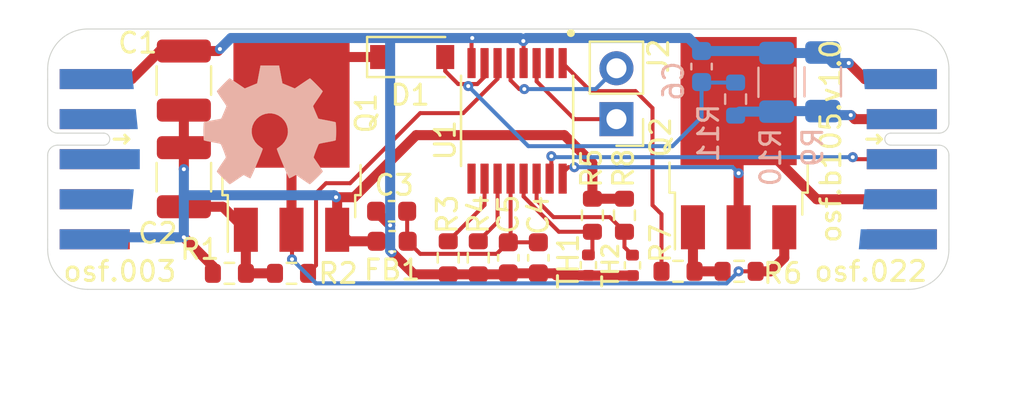
<source format=kicad_pcb>
(kicad_pcb (version 20211014) (generator pcbnew)
  (layers (0 "F.Cu" signal) (31 "B.Cu" signal) (34 "B.Paste" user) (35 "F.Paste" user) (36 "B.SilkS" user "B.Silkscreen") (37 "F.SilkS" user "F.Silkscreen") (38 "B.Mask" user) (39 "F.Mask" user) (44 "Edge.Cuts" user))
  (net 0 "")
  (net 1 "Net-(C3-Pad1)")
  (net 2 "GND")
  (net 3 "/charger/BTL")
  (net 12 "/charger/In")
  (net 13 "/charger/BTM")
  (net 14 "/charger/BTH")
  (net 17 "Net-(C2-Pad2)")
  (net 18 "Net-(D1-Pad1)")
  (net 19 "Net-(Q2-Pad1)")
  (net 20 "Net-(R2-Pad2)")
  (net 21 "Net-(R3-Pad2)")
  (net 22 "Net-(R4-Pad2)")
  (net 23 "Net-(R5-Pad1)")
  (net 24 "Net-(R7-Pad1)")
  (net 25 "Net-(R8-Pad1)")
  (net 27 "/charger/LED1")
  (net 28 "/charger/LED2")
  (net 30 "/charger/VN1")
  (footprint "Resistor_SMD:R_0603_1608Metric" (layer "F.Cu") (at 167.2 99.3 90)
    (fp_text reference "R5" (at 2.35 -0.05 90) (layer "F.SilkS"))
    (fp_text value "10k")
    (fp_line (start -0.237258 0.5225) (end 0.237258 0.5225) (layer "F.SilkS") (width 0.12))
    (fp_line (start -0.237258 -0.5225) (end 0.237258 -0.5225) (layer "F.SilkS") (width 0.12))
    (pad "1" smd roundrect (at -0.825 0 90) (size 0.8 0.95) (layers "F.Cu" "F.Paste" "F.Mask") (net 23 "Net-(R5-Pad1)"))
    (pad "2" smd roundrect (at 0.825 0 90) (size 0.8 0.95) (layers "F.Cu" "F.Paste" "F.Mask") (net 12 "/charger/In"))
  )
  (footprint "Resistor_SMD:R_0402_1005Metric" (layer "F.Cu") (at 167 101.79 -90)
    (fp_text reference "TH1" (at -0.19 1 90) (layer "F.SilkS"))
    (fp_text value "NTCG103JF103FT1")
    (fp_line (start -0.153641 0.38) (end 0.153641 0.38) (layer "F.SilkS") (width 0.12))
    (fp_line (start -0.153641 -0.38) (end 0.153641 -0.38) (layer "F.SilkS") (width 0.12))
    (pad "1" smd roundrect (at -0.51 0 270) (size 0.54 0.64) (layers "F.Cu" "F.Paste" "F.Mask") (net 23 "Net-(R5-Pad1)"))
    (pad "2" smd roundrect (at 0.51 0 270) (size 0.54 0.64) (layers "F.Cu" "F.Paste" "F.Mask") (net 2 "GND"))
  )
  (footprint "Resistor_SMD:R_0603_1608Metric" (layer "F.Cu") (at 160 101.425 90)
    (fp_text reference "R3" (at 2.175 -0.05 90) (layer "F.SilkS"))
    (fp_text value "75k")
    (fp_line (start -0.237258 0.5225) (end 0.237258 0.5225) (layer "F.SilkS") (width 0.12))
    (fp_line (start -0.237258 -0.5225) (end 0.237258 -0.5225) (layer "F.SilkS") (width 0.12))
    (pad "1" smd roundrect (at -0.825 0 90) (size 0.8 0.95) (layers "F.Cu" "F.Paste" "F.Mask") (net 2 "GND"))
    (pad "2" smd roundrect (at 0.825 0 90) (size 0.8 0.95) (layers "F.Cu" "F.Paste" "F.Mask") (net 21 "Net-(R3-Pad2)"))
  )
  (footprint "Capacitor_SMD:C_0603_1608Metric" (layer "F.Cu") (at 164.5 101.425 -90)
    (fp_text reference "C4" (at -2.125 0 -90) (layer "F.SilkS"))
    (fp_text value "1uF")
    (fp_line (start -0.14058 -0.51) (end 0.14058 -0.51) (layer "F.SilkS") (width 0.12))
    (fp_line (start -0.14058 0.51) (end 0.14058 0.51) (layer "F.SilkS") (width 0.12))
    (pad "1" smd roundrect (at -0.775 0 270) (size 0.9 0.95) (layers "F.Cu" "F.Paste" "F.Mask") (net 1 "Net-(C3-Pad1)"))
    (pad "2" smd roundrect (at 0.775 0 270) (size 0.9 0.95) (layers "F.Cu" "F.Paste" "F.Mask") (net 2 "GND"))
  )
  (footprint "Capacitor_SMD:C_0603_1608Metric" (layer "F.Cu") (at 157.2 100.6 180)
    (fp_text reference "FB1" (at 0 -1.43) (layer "F.SilkS"))
    (fp_text value "BLM18RK221SN1D")
    (fp_line (start -0.14058 0.51) (end 0.14058 0.51) (layer "F.SilkS") (width 0.12))
    (fp_line (start -0.14058 -0.51) (end 0.14058 -0.51) (layer "F.SilkS") (width 0.12))
    (pad "1" smd roundrect (at -0.775 0 180) (size 0.9 0.95) (layers "F.Cu" "F.Paste" "F.Mask") (net 1 "Net-(C3-Pad1)"))
    (pad "2" smd roundrect (at 0.775 0 180) (size 0.9 0.95) (layers "F.Cu" "F.Paste" "F.Mask") (net 12 "/charger/In"))
  )
  (footprint "Resistor_SMD:R_0603_1608Metric" (layer "F.Cu") (at 171.475 102.1)
    (fp_text reference "R7" (at -0.875 -1.4 90) (layer "F.SilkS"))
    (fp_text value "100R")
    (fp_line (start -0.237258 0.5225) (end 0.237258 0.5225) (layer "F.SilkS") (width 0.12))
    (fp_line (start -0.237258 -0.5225) (end 0.237258 -0.5225) (layer "F.SilkS") (width 0.12))
    (pad "1" smd roundrect (at -0.825 0) (size 0.8 0.95) (layers "F.Cu" "F.Paste" "F.Mask") (net 24 "Net-(R7-Pad1)"))
    (pad "2" smd roundrect (at 0.825 0) (size 0.8 0.95) (layers "F.Cu" "F.Paste" "F.Mask") (net 19 "Net-(Q2-Pad1)"))
  )
  (footprint "Resistor_SMD:R_0402_1005Metric" (layer "F.Cu") (at 169.2 101.8 -90)
    (fp_text reference "TH2" (at 0 1.1 90) (layer "F.SilkS") (effects (font (size 0.8 0.8))))
    (fp_text value "NTCG103JF103FT1")
    (fp_line (start -0.153641 -0.38) (end 0.153641 -0.38) (layer "F.SilkS") (width 0.12))
    (fp_line (start -0.153641 0.38) (end 0.153641 0.38) (layer "F.SilkS") (width 0.12))
    (pad "1" smd roundrect (at -0.51 0 270) (size 0.54 0.64) (layers "F.Cu" "F.Paste" "F.Mask") (net 25 "Net-(R8-Pad1)"))
    (pad "2" smd roundrect (at 0.51 0 270) (size 0.54 0.64) (layers "F.Cu" "F.Paste" "F.Mask") (net 2 "GND"))
  )
  (footprint "Connector_PinHeader_2.54mm:PinHeader_1x02_P2.54mm_Vertical" (layer "F.Cu") (at 168.4 94.5 180)
    (fp_text reference "J2" (at -2.1 3.15 90) (layer "F.SilkS"))
    (fp_text value "Conn_01x02_Male")
    (fp_line (start -1.33 0) (end -1.33 -1.33) (layer "F.SilkS") (width 0.12))
    (fp_line (start 1.33 1.27) (end 1.33 3.87) (layer "F.SilkS") (width 0.12))
    (fp_line (start -1.33 1.27) (end -1.33 3.87) (layer "F.SilkS") (width 0.12))
    (fp_line (start -1.33 3.87) (end 1.33 3.87) (layer "F.SilkS") (width 0.12))
    (fp_line (start -1.33 1.27) (end 1.33 1.27) (layer "F.SilkS") (width 0.12))
    (fp_line (start -1.33 -1.33) (end 0 -1.33) (layer "F.SilkS") (width 0.12))
    (pad "1" thru_hole rect (at 0 0 180) (size 1.7 1.7) (drill 1) (layers *.Cu *.Mask) (net 27 "/charger/LED1"))
    (pad "2" thru_hole oval (at 0 2.54 180) (size 1.7 1.7) (drill 1) (layers *.Cu *.Mask) (net 28 "/charger/LED2"))
  )
  (footprint "Resistor_SMD:R_0603_1608Metric" (layer "F.Cu") (at 174.525 102.1 180)
    (fp_text reference "R6" (at -2.175 -0.1) (layer "F.SilkS"))
    (fp_text value "10k")
    (fp_line (start -0.237258 0.5225) (end 0.237258 0.5225) (layer "F.SilkS") (width 0.12))
    (fp_line (start -0.237258 -0.5225) (end 0.237258 -0.5225) (layer "F.SilkS") (width 0.12))
    (pad "1" smd roundrect (at -0.825 0 180) (size 0.8 0.95) (layers "F.Cu" "F.Paste" "F.Mask") (net 18 "Net-(D1-Pad1)"))
    (pad "2" smd roundrect (at 0.825 0 180) (size 0.8 0.95) (layers "F.Cu" "F.Paste" "F.Mask") (net 19 "Net-(Q2-Pad1)"))
  )
  (footprint "Capacitor_SMD:C_1210_3225Metric" (layer "F.Cu") (at 146.8 97.4 -90)
    (fp_text reference "C2" (at 2.8 1.3 180) (layer "F.SilkS"))
    (fp_text value "47uF")
    (fp_line (start -0.711252 1.36) (end 0.711252 1.36) (layer "F.SilkS") (width 0.12))
    (fp_line (start -0.711252 -1.36) (end 0.711252 -1.36) (layer "F.SilkS") (width 0.12))
    (pad "1" smd roundrect (at -1.475 0 270) (size 1.15 2.7) (layers "F.Cu" "F.Paste" "F.Mask") (roundrect_rratio 0.217391) (net 12 "/charger/In"))
    (pad "2" smd roundrect (at 1.475 0 270) (size 1.15 2.7) (layers "F.Cu" "F.Paste" "F.Mask") (roundrect_rratio 0.217391) (net 17 "Net-(C2-Pad2)"))
  )
  (footprint "b105:SOP65P640X110-16N" (layer "F.Cu") (at 163.43925 94.5875 -90)
    (fp_text reference "U1" (at 0.9625 3.58925 -90) (layer "F.SilkS"))
    (fp_text value "DS2711E+")
    (fp_line (start -2.25 -2.8) (end 2.25 -2.8) (layer "F.SilkS") (width 0.127))
    (fp_line (start -2.25 2.8) (end 2.25 2.8) (layer "F.SilkS") (width 0.127))
    (fp_circle (center -4.385 -2.685) (end -4.285 -2.685) (layer "F.SilkS") (width 0.2) (fill none))
    (pad "1" smd roundrect locked (at -2.885 -2.275 270) (size 1.5 0.41) (layers "F.Cu" "F.Paste" "F.Mask") (roundrect_rratio 0.05) (net 24 "Net-(R7-Pad1)"))
    (pad "2" smd roundrect locked (at -2.885 -1.625 270) (size 1.5 0.41) (layers "F.Cu" "F.Paste" "F.Mask") (roundrect_rratio 0.05))
    (pad "3" smd roundrect locked (at -2.885 -0.975 270) (size 1.5 0.41) (layers "F.Cu" "F.Paste" "F.Mask") (roundrect_rratio 0.05) (net 27 "/charger/LED1"))
    (pad "4" smd roundrect locked (at -2.885 -0.325 270) (size 1.5 0.41) (layers "F.Cu" "F.Paste" "F.Mask") (roundrect_rratio 0.05) (net 2 "GND"))
    (pad "5" smd roundrect locked (at -2.885 0.325 270) (size 1.5 0.41) (layers "F.Cu" "F.Paste" "F.Mask") (roundrect_rratio 0.05) (net 28 "/charger/LED2"))
    (pad "6" smd roundrect locked (at -2.885 0.975 270) (size 1.5 0.41) (layers "F.Cu" "F.Paste" "F.Mask") (roundrect_rratio 0.05) (net 20 "Net-(R2-Pad2)"))
    (pad "7" smd roundrect locked (at -2.885 1.625 270) (size 1.5 0.41) (layers "F.Cu" "F.Paste" "F.Mask") (roundrect_rratio 0.05) (net 30 "/charger/VN1"))
    (pad "8" smd roundrect locked (at -2.885 2.275 270) (size 1.5 0.41) (layers "F.Cu" "F.Paste" "F.Mask") (roundrect_rratio 0.05) (net 2 "GND"))
    (pad "9" smd roundrect locked (at 2.885 2.275 270) (size 1.5 0.41) (layers "F.Cu" "F.Paste" "F.Mask") (roundrect_rratio 0.05))
    (pad "10" smd roundrect locked (at 2.885 1.625 270) (size 1.5 0.41) (layers "F.Cu" "F.Paste" "F.Mask") (roundrect_rratio 0.05) (net 21 "Net-(R3-Pad2)"))
    (pad "11" smd roundrect locked (at 2.885 0.975 270) (size 1.5 0.41) (layers "F.Cu" "F.Paste" "F.Mask") (roundrect_rratio 0.05) (net 22 "Net-(R4-Pad2)"))
    (pad "12" smd roundrect locked (at 2.885 0.325 270) (size 1.5 0.41) (layers "F.Cu" "F.Paste" "F.Mask") (roundrect_rratio 0.05) (net 1 "Net-(C3-Pad1)"))
    (pad "13" smd roundrect locked (at 2.885 -0.325 270) (size 1.5 0.41) (layers "F.Cu" "F.Paste" "F.Mask") (roundrect_rratio 0.05) (net 23 "Net-(R5-Pad1)"))
    (pad "14" smd roundrect locked (at 2.885 -0.975 270) (size 1.5 0.41) (layers "F.Cu" "F.Paste" "F.Mask") (roundrect_rratio 0.05) (net 25 "Net-(R8-Pad1)"))
    (pad "15" smd roundrect locked (at 2.885 -1.625 270) (size 1.5 0.41) (layers "F.Cu" "F.Paste" "F.Mask") (roundrect_rratio 0.05) (net 13 "/charger/BTM"))
    (pad "16" smd roundrect locked (at 2.885 -2.275 270) (size 1.5 0.41) (layers "F.Cu" "F.Paste" "F.Mask") (roundrect_rratio 0.05) (net 14 "/charger/BTH"))
  )
  (footprint "Capacitor_SMD:C_0603_1608Metric" (layer "F.Cu") (at 163 101.425 -90)
    (fp_text reference "C5" (at -2.175 0 -90) (layer "F.SilkS"))
    (fp_text value "100nF")
    (fp_line (start -0.14058 -0.51) (end 0.14058 -0.51) (layer "F.SilkS") (width 0.12))
    (fp_line (start -0.14058 0.51) (end 0.14058 0.51) (layer "F.SilkS") (width 0.12))
    (pad "1" smd roundrect (at -0.775 0 270) (size 0.9 0.95) (layers "F.Cu" "F.Paste" "F.Mask") (net 1 "Net-(C3-Pad1)"))
    (pad "2" smd roundrect (at 0.775 0 270) (size 0.9 0.95) (layers "F.Cu" "F.Paste" "F.Mask") (net 2 "GND"))
  )
  (footprint "Package_TO_SOT_SMD:TO-252-3_TabPin4" (layer "F.Cu") (at 152.175 95.825 90)
    (fp_text reference "Q1" (at 1.625 3.725 90) (layer "F.SilkS"))
    (fp_text value "Q_PNP_BCEC")
    (fp_line (start -2.47 -3.18) (end -5.3 -3.18) (layer "F.SilkS") (width 0.12))
    (fp_line (start -2.47 -3.45) (end -2.47 -3.18) (layer "F.SilkS") (width 0.12))
    (fp_line (start -2.47 3.18) (end -3.57 3.18) (layer "F.SilkS") (width 0.12))
    (fp_line (start -0.97 -3.45) (end -2.47 -3.45) (layer "F.SilkS") (width 0.12))
    (fp_line (start -2.47 3.45) (end -2.47 3.18) (layer "F.SilkS") (width 0.12))
    (fp_line (start -0.97 3.45) (end -2.47 3.45) (layer "F.SilkS") (width 0.12))
    (pad "1" smd rect (at -4.2 -2.28 90) (size 2.2 1.2) (layers "F.Cu" "F.Paste" "F.Mask") (net 17 "Net-(C2-Pad2)"))
    (pad "2" smd rect (at -4.2 0 90) (size 2.2 1.2) (layers "F.Cu" "F.Paste" "F.Mask") (net 18 "Net-(D1-Pad1)"))
    (pad "3" smd rect (at -4.2 2.28 90) (size 2.2 1.2) (layers "F.Cu" "F.Paste" "F.Mask") (net 12 "/charger/In"))
    (pad "4" smd rect (at 2.1 0 90) (size 6.4 5.8) (layers "F.Cu" "F.Mask") (net 18 "Net-(D1-Pad1)"))
  )
  (footprint "Resistor_SMD:R_0603_1608Metric" (layer "F.Cu") (at 149.075 102.2)
    (fp_text reference "R1" (at -1.475 -1.2) (layer "F.SilkS"))
    (fp_text value "91R")
    (fp_line (start -0.237258 0.5225) (end 0.237258 0.5225) (layer "F.SilkS") (width 0.12))
    (fp_line (start -0.237258 -0.5225) (end 0.237258 -0.5225) (layer "F.SilkS") (width 0.12))
    (pad "1" smd roundrect (at -0.825 0) (size 0.8 0.95) (layers "F.Cu" "F.Paste" "F.Mask") (net 12 "/charger/In"))
    (pad "2" smd roundrect (at 0.825 0) (size 0.8 0.95) (layers "F.Cu" "F.Paste" "F.Mask") (net 17 "Net-(C2-Pad2)"))
  )
  (footprint "Resistor_SMD:R_0603_1608Metric" (layer "F.Cu") (at 161.5 101.425 90)
    (fp_text reference "R4" (at 2.175 0 90) (layer "F.SilkS"))
    (fp_text value "100k")
    (fp_line (start -0.237258 -0.5225) (end 0.237258 -0.5225) (layer "F.SilkS") (width 0.12))
    (fp_line (start -0.237258 0.5225) (end 0.237258 0.5225) (layer "F.SilkS") (width 0.12))
    (pad "1" smd roundrect (at -0.825 0 90) (size 0.8 0.95) (layers "F.Cu" "F.Paste" "F.Mask") (net 2 "GND"))
    (pad "2" smd roundrect (at 0.825 0 90) (size 0.8 0.95) (layers "F.Cu" "F.Paste" "F.Mask") (net 22 "Net-(R4-Pad2)"))
  )
  (footprint "Diode_SMD:D_SOD-123" (layer "F.Cu") (at 158.2 91.4)
    (fp_text reference "D1" (at -0.1 1.9) (layer "F.SilkS"))
    (fp_text value "MMSZ5230BT1G")
    (fp_line (start -2.25 -1) (end -2.25 1) (layer "F.SilkS") (width 0.12))
    (fp_line (start -2.25 -1) (end 1.65 -1) (layer "F.SilkS") (width 0.12))
    (fp_line (start -2.25 1) (end 1.65 1) (layer "F.SilkS") (width 0.12))
    (pad "1" smd rect (at -1.65 0) (size 0.9 1.2) (layers "F.Cu" "F.Paste" "F.Mask") (net 18 "Net-(D1-Pad1)"))
    (pad "2" smd rect (at 1.65 0) (size 0.9 1.2) (layers "F.Cu" "F.Paste" "F.Mask") (net 30 "/charger/VN1"))
  )
  (footprint "Capacitor_SMD:C_1210_3225Metric" (layer "F.Cu") (at 146.8 92.575 90)
    (fp_text reference "C1" (at 1.875 -2.3 180) (layer "F.SilkS"))
    (fp_text value "47uF")
    (fp_line (start -0.711252 -1.36) (end 0.711252 -1.36) (layer "F.SilkS") (width 0.12))
    (fp_line (start -0.711252 1.36) (end 0.711252 1.36) (layer "F.SilkS") (width 0.12))
    (pad "1" smd roundrect (at -1.475 0 90) (size 1.15 2.7) (layers "F.Cu" "F.Paste" "F.Mask") (roundrect_rratio 0.217391) (net 12 "/charger/In"))
    (pad "2" smd roundrect (at 1.475 0 90) (size 1.15 2.7) (layers "F.Cu" "F.Paste" "F.Mask") (roundrect_rratio 0.217391) (net 2 "GND"))
  )
  (footprint "on_edge:on_edge_2x05_host" (layer "F.Cu") (at 185 96.5 -90)
    (fp_text reference "J3")
    (fp_text value "022_battery_cells")
    (fp_line (start -1 4.1) (end -1 3.373) (layer "F.SilkS") (width 0.153))
    (fp_line (start -0.8 3.573) (end -1 3.373) (layer "F.SilkS") (width 0.153))
    (fp_line (start -1 3.373) (end -1.2 3.573) (layer "F.SilkS") (width 0.153))
    (fp_line (start -1.3 0.5) (end -1.3 2.9) (layer "Edge.Cuts") (width 0.05))
    (fp_line (start -0.2 0) (end 4 0) (layer "Edge.Cuts") (width 0.05))
    (fp_line (start -0.7 2.9) (end -0.7 0.5) (layer "Edge.Cuts") (width 0.05))
    (fp_line (start -4 0) (end -1.8 0) (layer "Edge.Cuts") (width 0.05))
    (fp_arc (start -0.7 0.5) (mid -0.553553 0.146447) (end -0.2 0) (layer "Edge.Cuts") (width 0.05))
    (fp_arc (start -0.7 2.9) (mid -1 3.2) (end -1.3 2.9) (layer "Edge.Cuts") (width 0.05))
    (fp_arc (start -1.8 0) (mid -1.446447 0.146447) (end -1.3 0.5) (layer "Edge.Cuts") (width 0.05))
    (pad "1" smd rect (at -4 2.35 270) (size 1 3.5) (layers "F.Cu" "F.Mask") (net 2 "GND"))
    (pad "2" smd rect (at -2 2.35 270) (size 1 3.5) (layers "F.Cu" "F.Mask") (net 3 "/charger/BTL"))
    (pad "3" smd rect (at 0 2.35 270) (size 1 3.5) (layers "F.Cu" "F.Mask") (net 13 "/charger/BTM"))
    (pad "4" smd rect (at 2 2.35 270) (size 1 3.5) (layers "F.Cu" "F.Mask") (net 14 "/charger/BTH"))
    (pad "5" smd rect (at 4 2.35 270) (size 1 3.5) (layers "F.Cu" "F.Mask"))
    (pad "6" smd custom (at -4 2.4 90) (size 1 3.6) (layers "B.Cu" "B.Mask") (options (clearance outline) (anchor rect)) (primitives (gr_poly (pts (xy 0.5 -1.8) (xy -0.5 -1.8) (xy 0.5 -1.9)) (width 0) (fill yes))))
    (pad "7" smd rect (at -2 2.35 90) (size 1 3.5) (layers "B.Cu" "B.Mask"))
    (pad "8" smd rect (at 0 2.35 90) (size 1 3.5) (layers "B.Cu" "B.Mask"))
    (pad "9" smd custom (at 2 2.4 90) (size 1 3.6) (layers "B.Cu" "B.Mask") (options (clearance outline) (anchor rect)) (primitives (gr_poly (pts (xy 0.5 -1.8) (xy -0.5 -1.8) (xy -0.5 -1.9)) (width 0) (fill yes))))
    (pad "10" smd custom (at 4 2.5 90) (size 1 3.8) (layers "B.Cu" "B.Mask") (options (clearance outline) (anchor rect)) (primitives (gr_poly (pts (xy 0.5 -1.9) (xy -0.5 -1.9) (xy -0.5 -2)) (width 0) (fill yes))))
  )
  (footprint "Capacitor_SMD:C_0603_1608Metric" (layer "F.Cu") (at 157.175 99.1 180)
    (fp_text reference "C3" (at -0.125 1.3) (layer "F.SilkS"))
    (fp_text value "10uF")
    (fp_line (start -0.14058 0.51) (end 0.14058 0.51) (layer "F.SilkS") (width 0.12))
    (fp_line (start -0.14058 -0.51) (end 0.14058 -0.51) (layer "F.SilkS") (width 0.12))
    (pad "1" smd roundrect (at -0.775 0 180) (size 0.9 0.95) (layers "F.Cu" "F.Paste" "F.Mask") (net 1 "Net-(C3-Pad1)"))
    (pad "2" smd roundrect (at 0.775 0 180) (size 0.9 0.95) (layers "F.Cu" "F.Paste" "F.Mask") (net 2 "GND"))
  )
  (footprint "Resistor_SMD:R_0603_1608Metric" (layer "F.Cu") (at 152.175 102.2)
    (fp_text reference "R2" (at 2.325 0) (layer "F.SilkS"))
    (fp_text value "270R")
    (fp_line (start -0.237258 -0.5225) (end 0.237258 -0.5225) (layer "F.SilkS") (width 0.12))
    (fp_line (start -0.237258 0.5225) (end 0.237258 0.5225) (layer "F.SilkS") (width 0.12))
    (pad "1" smd roundrect (at -0.825 0) (size 0.8 0.95) (layers "F.Cu" "F.Paste" "F.Mask") (net 17 "Net-(C2-Pad2)"))
    (pad "2" smd roundrect (at 0.825 0) (size 0.8 0.95) (layers "F.Cu" "F.Paste" "F.Mask") (net 20 "Net-(R2-Pad2)"))
  )
  (footprint "Package_TO_SOT_SMD:TO-252-3_TabPin4" (layer "F.Cu") (at 174.5 95.7 90)
    (fp_text reference "Q2" (at 0.3 -3.9 90) (layer "F.SilkS"))
    (fp_text value "Q_PNP_BCEC")
    (fp_line (start -2.47 -3.18) (end -5.3 -3.18) (layer "F.SilkS") (width 0.12))
    (fp_line (start -0.97 -3.45) (end -2.47 -3.45) (layer "F.SilkS") (width 0.12))
    (fp_line (start -0.97 3.45) (end -2.47 3.45) (layer "F.SilkS") (width 0.12))
    (fp_line (start -2.47 3.45) (end -2.47 3.18) (layer "F.SilkS") (width 0.12))
    (fp_line (start -2.47 3.18) (end -3.57 3.18) (layer "F.SilkS") (width 0.12))
    (fp_line (start -2.47 -3.45) (end -2.47 -3.18) (layer "F.SilkS") (width 0.12))
    (pad "1" smd rect (at -4.2 -2.28 90) (size 2.2 1.2) (layers "F.Cu" "F.Paste" "F.Mask") (net 19 "Net-(Q2-Pad1)"))
    (pad "2" smd rect (at -4.2 0 90) (size 2.2 1.2) (layers "F.Cu" "F.Paste" "F.Mask") (net 14 "/charger/BTH"))
    (pad "3" smd rect (at -4.2 2.28 90) (size 2.2 1.2) (layers "F.Cu" "F.Paste" "F.Mask") (net 18 "Net-(D1-Pad1)"))
    (pad "4" smd rect (at 2.1 0 90) (size 6.4 5.8) (layers "F.Cu" "F.Mask") (net 14 "/charger/BTH"))
  )
  (footprint "Resistor_SMD:R_0603_1608Metric" (layer "F.Cu") (at 168.8 99.3 90)
    (fp_text reference "R8" (at 2.35 -0.05 90) (layer "F.SilkS"))
    (fp_text value "10k")
    (fp_line (start -0.237258 0.5225) (end 0.237258 0.5225) (layer "F.SilkS") (width 0.12))
    (fp_line (start -0.237258 -0.5225) (end 0.237258 -0.5225) (layer "F.SilkS") (width 0.12))
    (pad "1" smd roundrect (at -0.825 0 90) (size 0.8 0.95) (layers "F.Cu" "F.Paste" "F.Mask") (net 25 "Net-(R8-Pad1)"))
    (pad "2" smd roundrect (at 0.825 0 90) (size 0.8 0.95) (layers "F.Cu" "F.Paste" "F.Mask") (net 12 "/charger/In"))
  )
  (footprint "on_edge:on_edge_2x05_device" (layer "F.Cu") (at 140 96.5 -90)
    (fp_text reference "J1")
    (fp_text value "003_power")
    (fp_line (start -1.2 -3.85) (end -1 -4.05) (layer "F.SilkS") (width 0.153))
    (fp_line (start -1 -4.05) (end -0.8 -3.85) (layer "F.SilkS") (width 0.153))
    (fp_line (start -1 -4.05) (end -1 -3.323) (layer "F.SilkS") (width 0.153))
    (fp_line (start -4 0) (end -1.8 0) (layer "Edge.Cuts") (width 0.05))
    (fp_line (start -1.3 -2.8) (end -1.3 -0.5) (layer "Edge.Cuts") (width 0.05))
    (fp_line (start -0.7 -0.5) (end -0.7 -2.8) (layer "Edge.Cuts") (width 0.05))
    (fp_line (start -0.2 0) (end 4 0) (layer "Edge.Cuts") (width 0.05))
    (fp_arc (start -1.3 -2.8) (mid -1 -3.1) (end -0.7 -2.8) (layer "Edge.Cuts") (width 0.05))
    (fp_arc (start -1.3 -0.5) (mid -1.446447 -0.146447) (end -1.8 0) (layer "Edge.Cuts") (width 0.05))
    (fp_arc (start -0.2 0) (mid -0.553553 -0.146447) (end -0.7 -0.5) (layer "Edge.Cuts") (width 0.05))
    (pad "1" smd rect (at -4 -2.35 90) (size 1 3.5) (layers "F.Cu" "F.Mask") (net 2 "GND"))
    (pad "2" smd rect (at -2 -2.35 270) (size 1 3.5) (layers "F.Cu" "F.Mask"))
    (pad "3" smd rect (at 0 -2.35 270) (size 1 3.5) (layers "F.Cu" "F.Mask"))
    (pad "4" smd rect (at 2 -2.35 90) (size 1 3.5) (layers "F.Cu" "F.Mask"))
    (pad "5" smd rect (at 4 -2.35 90) (size 1 3.5) (layers "F.Cu" "F.Mask"))
    (pad "6" smd custom (at -4 -2.4 270) (size 1 3.6) (layers "B.Cu" "B.Mask") (options (clearance outline) (anchor rect)) (primitives (gr_poly (pts (xy 0.5 -1.8) (xy 0.5 -1.9) (xy -0.5 -1.8)) (width 0) (fill yes))))
    (pad "7" smd custom (at -2 -2.1 270) (size 1 3) (layers "B.Cu" "B.Mask") (options (clearance outline) (anchor rect)) (primitives (gr_poly (pts (xy 0.3 -0.51) (xy 0.31 -0.62) (xy 0.33 -0.7) (xy 0.35 -0.76) (xy 0.37 -0.81) (xy 0.4 -0.86) (xy 0.44 -0.92) (xy 0.48 -0.97) (xy 0.5 -0.99) (xy 0.5 -2.4) (xy -0.5 -2.3) (xy -0.5 1.5) (xy 0.3 1.5)) (width 0) (fill yes))))
    (pad "8" smd rect (at 0 -2.6 270) (size 1 4) (layers "B.Cu" "B.Mask"))
    (pad "9" smd custom (at 2 -2.4 270) (size 1 3.6) (layers "B.Cu" "B.Mask") (options (clearance outline) (anchor rect)) (primitives (gr_poly (pts (xy -0.5 -1.8) (xy -0.5 -1.9) (xy 0.5 -1.8)) (width 0) (fill yes))))
    (pad "10" smd custom (at 4 -2.3 270) (size 1 3.4) (layers "B.Cu" "B.Mask") (net 12 "/charger/In") (options (clearance outline) (anchor rect)) (primitives (gr_poly (pts (xy -0.5 -1.7) (xy -0.5 -1.8) (xy 0.5 -1.7)) (width 0) (fill yes))))
  )
  (footprint "Symbol:OSHW-Symbol_6.7x6mm_SilkScreen" (layer "B.Cu") (at 151.1 94.8 180)
    (fp_text reference "LOGO1" hide)
    (fp_text value "Logo_Open_Hardware_Small" hide)
    (fp_poly (pts (xy 0.555814 2.531069) (xy 0.639635 2.086445) (xy 0.94892 1.958947) (xy 1.258206 1.831449) (xy 1.629246 2.083754) (xy 1.733157 2.154004) (xy 1.827087 2.216728) (xy 1.906652 2.269062) (xy 1.96747 2.308143) (xy 2.005157 2.331107) (xy 2.015421 2.336058) (xy 2.03391 2.323324) (xy 2.07342 2.288118) (xy 2.129522 2.234938) (xy 2.197787 2.168282) (xy 2.273786 2.092646) (xy 2.353092 2.012528) (xy 2.431275 1.932426) (xy 2.503907 1.856836) (xy 2.566559 1.790255) (xy 2.614803 1.737182) (xy 2.64421 1.702113) (xy 2.651241 1.690377) (xy 2.641123 1.66874) (xy 2.612759 1.621338) (xy 2.569129 1.552807) (xy 2.513218 1.467785) (xy 2.448006 1.370907) (xy 2.410219 1.31565) (xy 2.341343 1.214752) (xy 2.28014 1.123701) (xy 2.229578 1.04703) (xy 2.192628 0.989272) (xy 2.172258 0.954957) (xy 2.169197 0.947746) (xy 2.176136 0.927252) (xy 2.195051 0.879487) (xy 2.223087 0.811168) (xy 2.257391 0.729011) (xy 2.295109 0.63973) (xy 2.333387 0.550042) (xy 2.36937 0.466662) (xy 2.400206 0.396306) (xy 2.423039 0.34569) (xy 2.435017 0.321529) (xy 2.435724 0.320578) (xy 2.454531 0.315964) (xy 2.504618 0.305672) (xy 2.580793 0.290713) (xy 2.677865 0.272099) (xy 2.790643 0.250841) (xy 2.856442 0.238582) (xy 2.97695 0.215638) (xy 3.085797 0.193805) (xy 3.177476 0.174278) (xy 3.246481 0.158252) (xy 3.287304 0.146921) (xy 3.295511 0.143326) (xy 3.303548 0.118994) (xy 3.310033 0.064041) (xy 3.31497 -0.015108) (xy 3.318364 -0.112026) (xy 3.320218 -0.220287) (xy 3.320538 -0.333465) (xy 3.319327 -0.445135) (xy 3.31659 -0.548868) (xy 3.312331 -0.638241) (xy 3.306555 -0.706826) (xy 3.299267 -0.748197) (xy 3.294895 -0.75681) (xy 3.268764 -0.767133) (xy 3.213393 -0.781892) (xy 3.136107 -0.799352) (xy 3.04423 -0.81778) (xy 3.012158 -0.823741) (xy 2.857524 -0.852066) (xy 2.735375 -0.874876) (xy 2.641673 -0.89308) (xy 2.572384 -0.907583) (xy 2.523471 -0.919292) (xy 2.490897 -0.929115) (xy 2.470628 -0.937956) (xy 2.458626 -0.946724) (xy 2.456947 -0.948457) (xy 2.440184 -0.976371) (xy 2.414614 -1.030695) (xy 2.382788 -1.104777) (xy 2.34726 -1.191965) (xy 2.310583 -1.285608) (xy 2.275311 -1.379052) (xy 2.243996 -1.465647) (xy 2.219193 -1.53874) (xy 2.203454 -1.591678) (xy 2.199332 -1.617811) (xy 2.199676 -1.618726) (xy 2.213641 -1.640086) (xy 2.245322 -1.687084) (xy 2.291391 -1.754827) (xy 2.348518 -1.838423) (xy 2.413373 -1.932982) (xy 2.431843 -1.959854) (xy 2.497699 -2.057275) (xy 2.55565 -2.146163) (xy 2.602538 -2.221412) (xy 2.635207 -2.27792) (xy 2.6505 -2.310581) (xy 2.651241 -2.314593) (xy 2.638392 -2.335684) (xy 2.602888 -2.377464) (xy 2.549293 -2.435445) (xy 2.482171 -2.505135) (xy 2.406087 -2.582045) (xy 2.325604 -2.661683) (xy 2.245287 -2.739561) (xy 2.169699 -2.811186) (xy 2.103405 -2.87207) (xy 2.050969 -2.917721) (xy 2.016955 -2.94365) (xy 2.007545 -2.947883) (xy 1.985643 -2.937912) (xy 1.9408 -2.91102) (xy 1.880321 -2.871736) (xy 1.833789 -2.840117) (xy 1.749475 -2.782098) (xy 1.649626 -2.713784) (xy 1.549473 -2.645579) (xy 1.495627 -2.609075) (xy 1.313371 -2.4858) (xy 1.160381 -2.56852) (xy 1.090682 -2.604759) (xy 1.031414 -2.632926) (xy 0.991311 -2.648991) (xy 0.981103 -2.651226) (xy 0.968829 -2.634722) (xy 0.944613 -2.588082) (xy 0.910263 -2.515609) (xy 0.867588 -2.421606) (xy 0.818394 -2.310374) (xy 0.76449 -2.186215) (xy 0.707684 -2.053432) (xy 0.649782 -1.916327) (xy 0.592593 -1.779202) (xy 0.537924 -1.646358) (xy 0.487584 -1.522098) (xy 0.44338 -1.410725) (xy 0.407119 -1.316539) (xy 0.380609 -1.243844) (xy 0.365658 -1.196941) (xy 0.363254 -1.180833) (xy 0.382311 -1.160286) (xy 0.424036 -1.126933) (xy 0.479706 -1.087702) (xy 0.484378 -1.084599) (xy 0.628264 -0.969423) (xy 0.744283 -0.835053) (xy 0.83143 -0.685784) (xy 0.888699 -0.525913) (xy 0.915086 -0.359737) (xy 0.909585 -0.191552) (xy 0.87119 -0.025655) (xy 0.798895 0.133658) (xy 0.777626 0.168513) (xy 0.666996 0.309263) (xy 0.536302 0.422286) (xy 0.390064 0.506997) (xy 0.232808 0.562806) (xy 0.069057 0.589126) (xy -0.096667 0.58537) (xy -0.259838 0.55095) (xy -0.415935 0.485277) (xy -0.560433 0.387765) (xy -0.605131 0.348187) (xy -0.718888 0.224297) (xy -0.801782 0.093876) (xy -0.858644 -0.052315) (xy -0.890313 -0.197088) (xy -0.898131 -0.35986) (xy -0.872062 -0.52344) (xy -0.814755 -0.682298) (xy -0.728856 -0.830906) (xy -0.617014 -0.963735) (xy -0.481877 -1.075256) (xy -0.464117 -1.087011) (xy -0.40785 -1.125508) (xy -0.365077 -1.158863) (xy -0.344628 -1.18016) (xy -0.344331 -1.180833) (xy -0.348721 -1.203871) (xy -0.366124 -1.256157) (xy -0.394732 -1.33339) (xy -0.432735 -1.431268) (xy -0.478326 -1.545491) (xy -0.529697 -1.671758) (xy -0.585038 -1.805767) (xy -0.642542 -1.943218) (xy -0.700399 -2.079808) (xy -0.756802 -2.211237) (xy -0.809942 -2.333205) (xy -0.85801 -2.441409) (xy -0.899199 -2.531549) (xy -0.931699 -2.599323) (xy -0.953703 -2.64043) (xy -0.962564 -2.651226) (xy -0.98964 -2.642819) (xy -1.040303 -2.620272) (xy -1.105817 -2.587613) (xy -1.141841 -2.56852) (xy -1.294832 -2.4858) (xy -1.477088 -2.609075) (xy -1.570125 -2.672228) (xy -1.671985 -2.741727) (xy -1.767438 -2.807165) (xy -1.81525 -2.840117) (xy -1.882495 -2.885273) (xy -1.939436 -2.921057) (xy -1.978646 -2.942938) (xy -1.991381 -2.947563) (xy -2.009917 -2.935085) (xy -2.050941 -2.900252) (xy -2.110475 -2.846678) (xy -2.184542 -2.777983) (xy -2.269165 -2.697781) (xy -2.322685 -2.646286) (xy -2.416319 -2.554286) (xy -2.497241 -2.471999) (xy -2.562177 -2.402945) (xy -2.607858 -2.350644) (xy -2.631011 -2.318616) (xy -2.633232 -2.312116) (xy -2.622924 -2.287394) (xy -2.594439 -2.237405) (xy -2.550937 -2.167212) (xy -2.495577 -2.081875) (xy -2.43152 -1.986456) (xy -2.413303 -1.959854) (xy -2.346927 -1.863167) (xy -2.287378 -1.776117) (xy -2.237984 -1.703595) (xy -2.202075 -1.650493) (xy -2.182981 -1.621703) (xy -2.181136 -1.618726) (xy -2.183895 -1.595782) (xy -2.198538 -1.545336) (xy -2.222513 -1.474041) (xy -2.253266 -1.388547) (xy -2.288244 -1.295507) (xy -2.324893 -1.201574) (xy -2.360661 -1.113399) (xy -2.392994 -1.037634) (xy -2.419338 -0.980931) (xy -2.437142 -0.949943) (xy -2.438407 -0.948457) (xy -2.449294 -0.939601) (xy -2.467682 -0.930843) (xy -2.497606 -0.921277) (xy -2.543103 -0.909996) (xy -2.608209 -0.896093) (xy -2.696961 -0.878663) (xy -2.813393 -0.856798) (xy -2.961542 -0.829591) (xy -2.993618 -0.823741) (xy -3.088686 -0.805374) (xy -3.171565 -0.787405) (xy -3.23493 -0.771569) (xy -3.271458 -0.7596) (xy -3.276356 -0.75681) (xy -3.284427 -0.732072) (xy -3.290987 -0.67679) (xy -3.296033 -0.597389) (xy -3.299559 -0.500296) (xy -3.301561 -0.391938) (xy -3.302036 -0.27874) (xy -3.300977 -0.167128) (xy -3.298382 -0.063529) (xy -3.294246 0.025632) (xy -3.288563 0.093928) (xy -3.281331 0.134934) (xy -3.276971 0.143326) (xy -3.252698 0.151792) (xy -3.197426 0.165565) (xy -3.116662 0.18345) (xy -3.015912 0.204252) (xy -2.900683 0.226777) (xy -2.837902 0.238582) (xy -2.718787 0.260849) (xy -2.612565 0.281021) (xy -2.524427 0.298085) (xy -2.459566 0.311031) (xy -2.423174 0.318845) (xy -2.417184 0.320578) (xy -2.407061 0.34011) (xy -2.385662 0.387157) (xy -2.355839 0.454997) (xy -2.320445 0.536909) (xy -2.282332 0.626172) (xy -2.244353 0.716065) (xy -2.20936 0.799865) (xy -2.180206 0.870853) (xy -2.159743 0.922306) (xy -2.150823 0.947503) (xy -2.150657 0.948604) (xy -2.160769 0.968481) (xy -2.189117 1.014223) (xy -2.232723 1.081283) (xy -2.288606 1.165116) (xy -2.353787 1.261174) (xy -2.391679 1.31635) (xy -2.460725 1.417519) (xy -2.52205 1.50937) (xy -2.572663 1.587256) (xy -2.609571 1.646531) (xy -2.629782 1.682549) (xy -2.632701 1.690623) (xy -2.620153 1.709416) (xy -2.585463 1.749543) (xy -2.533063 1.806507) (xy -2.467384 1.875815) (xy -2.392856 1.952969) (xy -2.313913 2.033475) (xy -2.234983 2.112837) (xy -2.1605 2.18656) (xy -2.094894 2.250148) (xy -2.042596 2.299106) (xy -2.008039 2.328939) (xy -1.996478 2.336058) (xy -1.977654 2.326047) (xy -1.932631 2.297922) (xy -1.865787 2.254546) (xy -1.781499 2.198782) (xy -1.684144 2.133494) (xy -1.610707 2.083754) (xy -1.239667 1.831449) (xy -0.621095 2.086445) (xy -0.537275 2.531069) (xy -0.453454 2.975693) (xy 0.471994 2.975693) (xy 0.555814 2.531069)) (layer "B.SilkS") (width 0.01) (fill solid))
  )
  (footprint "Capacitor_SMD:C_0603_1608Metric" (layer "B.Cu") (at 172.65 91.875 90)
    (fp_text reference "C6" (at -0.725 -1.4 90) (layer "B.SilkS") (effects (justify mirror)))
    (fp_text value "47nF")
    (fp_line (start -0.14058 -0.51) (end 0.14058 -0.51) (layer "B.SilkS") (width 0.12))
    (fp_line (start -0.14058 0.51) (end 0.14058 0.51) (layer "B.SilkS") (width 0.12))
    (pad "1" smd roundrect (at -0.775 0 90) (size 0.9 0.95) (layers "B.Cu" "B.Paste" "B.Mask") (net 30 "/charger/VN1"))
    (pad "2" smd roundrect (at 0.775 0 90) (size 0.9 0.95) (layers "B.Cu" "B.Paste" "B.Mask") (net 2 "GND"))
  )
  (footprint "Resistor_SMD:R_0603_1608Metric" (layer "B.Cu") (at 174.35 93.5 90)
    (fp_text reference "R11" (at -1.7 -1.35 90) (layer "B.SilkS") (effects (justify mirror)))
    (fp_text value "10R")
    (fp_line (start -0.237258 -0.5225) (end 0.237258 -0.5225) (layer "B.SilkS") (width 0.12))
    (fp_line (start -0.237258 0.5225) (end 0.237258 0.5225) (layer "B.SilkS") (width 0.12))
    (pad "1" smd roundrect (at -0.825 0 90) (size 0.8 0.95) (layers "B.Cu" "B.Paste" "B.Mask") (net 3 "/charger/BTL"))
    (pad "2" smd roundrect (at 0.825 0 90) (size 0.8 0.95) (layers "B.Cu" "B.Paste" "B.Mask") (net 30 "/charger/VN1"))
  )
  (footprint "Resistor_SMD:R_1206_3216Metric" (layer "B.Cu") (at 176.4 92.6625 -90)
    (fp_text reference "R10" (at 3.7375 0.3 90) (layer "B.SilkS") (effects (justify mirror)))
    (fp_text value "0.25R")
    (fp_line (start -0.727064 -0.91) (end 0.727064 -0.91) (layer "B.SilkS") (width 0.12))
    (fp_line (start -0.727064 0.91) (end 0.727064 0.91) (layer "B.SilkS") (width 0.12))
    (pad "1" smd roundrect (at -1.4625 0 270) (size 1.125 1.75) (layers "B.Cu" "B.Paste" "B.Mask") (roundrect_rratio 0.222222) (net 2 "GND"))
    (pad "2" smd roundrect (at 1.4625 0 270) (size 1.125 1.75) (layers "B.Cu" "B.Paste" "B.Mask") (roundrect_rratio 0.222222) (net 3 "/charger/BTL"))
  )
  (footprint "Resistor_SMD:R_1206_3216Metric" (layer "B.Cu") (at 178.7 92.6375 -90)
    (fp_text reference "R9" (at 3.2625 0.5 90) (layer "B.SilkS") (effects (justify mirror)))
    (fp_text value "0.25R")
    (fp_line (start -0.727064 0.91) (end 0.727064 0.91) (layer "B.SilkS") (width 0.12))
    (fp_line (start -0.727064 -0.91) (end 0.727064 -0.91) (layer "B.SilkS") (width 0.12))
    (pad "1" smd roundrect (at -1.4625 0 270) (size 1.125 1.75) (layers "B.Cu" "B.Paste" "B.Mask") (roundrect_rratio 0.222222) (net 2 "GND"))
    (pad "2" smd roundrect (at 1.4625 0 270) (size 1.125 1.75) (layers "B.Cu" "B.Paste" "B.Mask") (roundrect_rratio 0.222222) (net 3 "/charger/BTL"))
  )
  (gr_line (start 185 92.5) (end 185 92) (layer "Edge.Cuts") (width 0.05))
  (gr_line (start 142 90) (end 183 90) (layer "Edge.Cuts") (width 0.05))
  (gr_arc (start 185 101) (mid 184.414214 102.414214) (end 183 103) (layer "Edge.Cuts") (width 0.05))
  (gr_line (start 185 100.5) (end 185 101) (layer "Edge.Cuts") (width 0.05))
  (gr_line (start 183 103) (end 142 103) (layer "Edge.Cuts") (width 0.05))
  (gr_line (start 140 101) (end 140 100.5) (layer "Edge.Cuts") (width 0.05))
  (gr_arc (start 183 90) (mid 184.414214 90.585786) (end 185 92) (layer "Edge.Cuts") (width 0.05))
  (gr_arc (start 142 103) (mid 140.585786 102.414214) (end 140 101) (layer "Edge.Cuts") (width 0.05))
  (gr_arc (start 140 92) (mid 140.585786 90.585786) (end 142 90) (layer "Edge.Cuts") (width 0.05))
  (gr_line (start 140 92.5) (end 140 92) (layer "Edge.Cuts") (width 0.05))
  (gr_text "osf.b105.v1.0" (at 179.1 95.6 90) (layer "F.SilkS") (effects (font (size 1 1))))
  (gr_text "osf.003" (at 143.6 102.1) (layer "F.SilkS") (effects (font (size 1 1))))
  (gr_text "osf.022" (at 181.1 102.1) (layer "F.SilkS") (effects (font (size 1 1))))
  (segment (start 158.602 101.227) (end 157.975 100.6) (width 0.2) (layer "F.Cu") (net 1))
  (segment (start 157.95 100.575) (end 157.975 100.6) (width 0.2) (layer "F.Cu") (net 1))
  (segment (start 163.11425 100.53575) (end 163 100.65) (width 0.2) (layer "F.Cu") (net 1))
  (segment (start 157.95 99.1) (end 157.95 100.575) (width 0.2) (layer "F.Cu") (net 1))
  (segment (start 163.11425 97.4725) (end 163.11425 100.53575) (width 0.2) (layer "F.Cu") (net 1))
  (segment (start 163 100.65) (end 164.5 100.65) (width 0.2) (layer "F.Cu") (net 1))
  (segment (start 163 100.65) (end 162.423 101.227) (width 0.2) (layer "F.Cu") (net 1))
  (segment (start 162.423 101.227) (end 158.602 101.227) (width 0.2) (layer "F.Cu") (net 1))
  (segment (start 169.2 102.31) (end 167.01 102.31) (width 0.5) (layer "F.Cu") (net 2))
  (segment (start 167 102.3) (end 165.4 102.3) (width 0.5) (layer "F.Cu") (net 2))
  (segment (start 148.5 91.1) (end 148.6 91) (width 0.5) (layer "F.Cu") (net 2))
  (segment (start 162.95 102.25) (end 163 102.2) (width 0.5) (layer "F.Cu") (net 2))
  (segment (start 165.4 102.3) (end 165.3 102.2) (width 0.5) (layer "F.Cu") (net 2))
  (segment (start 163.76425 91.7025) (end 163.76425 90.61425) (width 0.2) (layer "F.Cu") (net 2))
  (segment (start 182.65 92.5) (end 180.8 92.5) (width 0.5) (layer "F.Cu") (net 2))
  (segment (start 167.01 102.31) (end 167 102.3) (width 0.5) (layer "F.Cu") (net 2))
  (segment (start 156.4 99.1) (end 157.1 99.8) (width 0.5) (layer "F.Cu") (net 2))
  (segment (start 161.16425 91.7025) (end 161.16425 90.48575) (width 0.2) (layer "F.Cu") (net 2))
  (segment (start 161.16425 90.48575) (end 161.2 90.45) (width 0.2) (layer "F.Cu") (net 2))
  (segment (start 142.35 92.5) (end 144.2 92.5) (width 0.5) (layer "F.Cu") (net 2))
  (segment (start 161.5 102.25) (end 162.95 102.25) (width 0.5) (layer "F.Cu") (net 2))
  (segment (start 144.2 92.5) (end 145.6 91.1) (width 0.5) (layer "F.Cu") (net 2))
  (segment (start 146.8 91.1) (end 148.5 91.1) (width 0.5) (layer "F.Cu") (net 2))
  (segment (start 158.283692 102.25) (end 160 102.25) (width 0.5) (layer "F.Cu") (net 2))
  (segment (start 164.5 102.2) (end 165.3 102.2) (width 0.5) (layer "F.Cu") (net 2))
  (segment (start 164.5 102.2) (end 163 102.2) (width 0.5) (layer "F.Cu") (net 2))
  (segment (start 145.6 91.1) (end 146.8 91.1) (width 0.5) (layer "F.Cu") (net 2))
  (segment (start 157.175806 101.142114) (end 158.283692 102.25) (width 0.5) (layer "F.Cu") (net 2))
  (segment (start 163.76425 90.61425) (end 163.75 90.6) (width 0.2) (layer "F.Cu") (net 2))
  (segment (start 180.8 92.5) (end 180 91.7) (width 0.5) (layer "F.Cu") (net 2))
  (segment (start 160 102.25) (end 161.5 102.25) (width 0.5) (layer "F.Cu") (net 2))
  (via (at 157.175806 101.142114) (size 0.5) (drill 0.2) (layers "F.Cu" "B.Cu") (net 2))
  (via (at 180 91.7) (size 0.5) (drill 0.2) (layers "F.Cu" "B.Cu") (net 2))
  (via (at 163.75 90.6) (size 0.5) (drill 0.2) (layers "F.Cu" "B.Cu") (net 2))
  (via (at 148.6 91) (size 0.5) (drill 0.2) (layers "F.Cu" "B.Cu") (net 2))
  (via (at 157.1 99.8) (size 0.5) (drill 0.2) (layers "F.Cu" "B.Cu") (net 2))
  (via (at 161.2 90.45) (size 0.5) (drill 0.2) (layers "F.Cu" "B.Cu") (net 2))
  (segment (start 148.6 91) (end 149.15 90.45) (width 0.5) (layer "B.Cu") (net 2))
  (segment (start 180 91.7) (end 179.225 91.7) (width 0.5) (layer "B.Cu") (net 2))
  (segment (start 172.65 91.1) (end 176.3 91.1) (width 0.5) (layer "B.Cu") (net 2))
  (segment (start 178.675 91.2) (end 178.7 91.175) (width 0.5) (layer "B.Cu") (net 2))
  (segment (start 163.75 90.6) (end 163.9 90.45) (width 0.5) (layer "B.Cu") (net 2))
  (segment (start 149.15 90.45) (end 156.95 90.45) (width 0.5) (layer "B.Cu") (net 2))
  (segment (start 157.1 90.6) (end 156.95 90.45) (width 0.5) (layer "B.Cu") (net 2))
  (segment (start 176.4 91.2) (end 178.675 91.2) (width 0.5) (layer "B.Cu") (net 2))
  (segment (start 157.1 99.8) (end 157.1 90.6) (width 0.5) (layer "B.Cu") (net 2))
  (segment (start 157.1 101.066308) (end 157.1 99.8) (width 0.5) (layer "B.Cu") (net 2))
  (segment (start 156.95 90.45) (end 161.2 90.45) (width 0.5) (layer "B.Cu") (net 2))
  (segment (start 163.9 90.45) (end 172 90.45) (width 0.5) (layer "B.Cu") (net 2))
  (segment (start 161.2 90.45) (end 163.6 90.45) (width 0.5) (layer "B.Cu") (net 2))
  (segment (start 163.6 90.45) (end 163.75 90.6) (width 0.5) (layer "B.Cu") (net 2))
  (segment (start 157.175806 101.142114) (end 157.1 101.066308) (width 0.5) (layer "B.Cu") (net 2))
  (segment (start 176.3 91.1) (end 176.4 91.2) (width 0.5) (layer "B.Cu") (net 2))
  (segment (start 172 90.45) (end 172.65 91.1) (width 0.5) (layer "B.Cu") (net 2))
  (segment (start 179.225 91.7) (end 178.7 91.175) (width 0.5) (layer "B.Cu") (net 2))
  (segment (start 182.65 94.5) (end 180.3 94.5) (width 0.5) (layer "F.Cu") (net 3))
  (segment (start 180.3 94.5) (end 180.1 94.3) (width 0.5) (layer "F.Cu") (net 3))
  (via (at 180.1 94.3) (size 0.5) (drill 0.2) (layers "F.Cu" "B.Cu") (net 3))
  (segment (start 176.425 94.1) (end 176.4 94.125) (width 0.5) (layer "B.Cu") (net 3))
  (segment (start 180.1 94.3) (end 178.9 94.3) (width 0.5) (layer "B.Cu") (net 3))
  (segment (start 178.7 94.1) (end 176.425 94.1) (width 0.5) (layer "B.Cu") (net 3))
  (segment (start 176.4 94.125) (end 174.55 94.125) (width 0.5) (layer "B.Cu") (net 3))
  (segment (start 174.55 94.125) (end 174.35 94.325) (width 0.5) (layer "B.Cu") (net 3))
  (segment (start 178.9 94.3) (end 178.7 94.1) (width 0.5) (layer "B.Cu") (net 3))
  (segment (start 165.8 95.3) (end 158.4 95.3) (width 0.5) (layer "F.Cu") (net 12))
  (segment (start 146.8 95.925) (end 146.8 97) (width 0.5) (layer "F.Cu") (net 12))
  (segment (start 155.3 98.4) (end 154.4 98.4) (width 0.5) (layer "F.Cu") (net 12))
  (segment (start 148.25 101.85) (end 146.8 100.4) (width 0.5) (layer "F.Cu") (net 12))
  (segment (start 146.8 94.05) (end 146.8 95.925) (width 0.5) (layer "F.Cu") (net 12))
  (segment (start 167.2 98.475) (end 167.2 96.7) (width 0.5) (layer "F.Cu") (net 12))
  (segment (start 154.455 100.025) (end 154.455 98.455) (width 0.5) (layer "F.Cu") (net 12))
  (segment (start 155.03 100.6) (end 154.455 100.025) (width 0.5) (layer "F.Cu") (net 12))
  (segment (start 148.25 102.2) (end 148.25 101.85) (width 0.5) (layer "F.Cu") (net 12))
  (segment (start 158.4 95.3) (end 155.3 98.4) (width 0.5) (layer "F.Cu") (net 12))
  (segment (start 154.455 98.455) (end 154.4 98.4) (width 0.5) (layer "F.Cu") (net 12))
  (segment (start 167.2 98.475) (end 168.8 98.475) (width 0.5) (layer "F.Cu") (net 12))
  (segment (start 167.2 96.7) (end 165.8 95.3) (width 0.5) (layer "F.Cu") (net 12))
  (segment (start 156.425 100.6) (end 155.03 100.6) (width 0.5) (layer "F.Cu") (net 12))
  (via (at 146.8 100.4) (size 0.5) (drill 0.2) (layers "F.Cu" "B.Cu") (net 12))
  (via (at 146.8 97) (size 0.5) (drill 0.2) (layers "F.Cu" "B.Cu") (net 12))
  (via (at 154.4 98.4) (size 0.5) (drill 0.2) (layers "F.Cu" "B.Cu") (net 12))
  (segment (start 154.4 98.4) (end 154.3 98.3) (width 0.5) (layer "B.Cu") (net 12))
  (segment (start 146.8 98.3) (end 146.8 100.4) (width 0.5) (layer "B.Cu") (net 12))
  (segment (start 154.3 98.3) (end 146.8 98.3) (width 0.5) (layer "B.Cu") (net 12))
  (segment (start 142.4 100.4) (end 142.3 100.5) (width 0.5) (layer "B.Cu") (net 12))
  (segment (start 146.8 100.4) (end 142.4 100.4) (width 0.5) (layer "B.Cu") (net 12))
  (segment (start 146.8 97) (end 146.8 98.3) (width 0.5) (layer "B.Cu") (net 12))
  (segment (start 180.3 96.5) (end 182.65 96.5) (width 0.2) (layer "F.Cu") (net 13))
  (segment (start 180.2 96.4) (end 180.3 96.5) (width 0.2) (layer "F.Cu") (net 13))
  (segment (start 165.15 96.35) (end 165.15 97.38675) (width 0.2) (layer "F.Cu") (net 13))
  (segment (start 165.15 97.38675) (end 165.06425 97.4725) (width 0.2) (layer "F.Cu") (net 13))
  (via (at 165.15 96.35) (size 0.5) (drill 0.2) (layers "F.Cu" "B.Cu") (net 13))
  (via (at 180.2 96.4) (size 0.5) (drill 0.2) (layers "F.Cu" "B.Cu") (net 13))
  (segment (start 180.2 96.4) (end 165.2 96.4) (width 0.2) (layer "B.Cu") (net 13))
  (segment (start 165.2 96.4) (end 165.15 96.35) (width 0.2) (layer "B.Cu") (net 13))
  (segment (start 182.65 98.5) (end 178.4 98.5) (width 0.5) (layer "F.Cu") (net 14))
  (segment (start 165.71425 97.18575) (end 165.71425 97.4725) (width 0.2) (layer "F.Cu") (net 14))
  (segment (start 178.4 98.5) (end 174.5 94.6) (width 0.5) (layer "F.Cu") (net 14))
  (segment (start 174.5 94.6) (end 174.5 93.6) (width 0.5) (layer "F.Cu") (net 14))
  (segment (start 174.5 93.6) (end 174.5 97.2) (width 0.5) (layer "F.Cu") (net 14))
  (segment (start 174.5 97.2) (end 174.5 99.9) (width 0.5) (layer "F.Cu") (net 14))
  (segment (start 166.3 96.9) (end 166 96.9) (width 0.2) (layer "F.Cu") (net 14))
  (segment (start 166 96.9) (end 165.71425 97.18575) (width 0.2) (layer "F.Cu") (net 14))
  (via (at 174.5 97.2) (size 0.5) (drill 0.2) (layers "F.Cu" "B.Cu") (net 14))
  (via (at 166.3 96.9) (size 0.5) (drill 0.2) (layers "F.Cu" "B.Cu") (net 14))
  (segment (start 174.2 96.9) (end 166.3 96.9) (width 0.2) (layer "B.Cu") (net 14))
  (segment (start 174.2 96.9) (end 174.5 97.2) (width 0.2) (layer "B.Cu") (net 14))
  (segment (start 149.9 102.2) (end 151.35 102.2) (width 0.5) (layer "F.Cu") (net 17))
  (segment (start 149.895 100.025) (end 149.895 102.195) (width 0.5) (layer "F.Cu") (net 17))
  (segment (start 146.8 98.875) (end 148.745 98.875) (width 0.5) (layer "F.Cu") (net 17))
  (segment (start 149.895 102.195) (end 149.9 102.2) (width 0.5) (layer "F.Cu") (net 17))
  (segment (start 148.745 98.875) (end 149.895 100.025) (width 0.5) (layer "F.Cu") (net 17))
  (segment (start 154.5 91.4) (end 152.175 93.725) (width 0.5) (layer "F.Cu") (net 18))
  (segment (start 152.2 101.5) (end 152.2 100.05) (width 0.2) (layer "F.Cu") (net 18))
  (segment (start 176.1 102.1) (end 176.78 101.42) (width 0.5) (layer "F.Cu") (net 18))
  (segment (start 152.2 100.05) (end 152.175 100.025) (width 0.2) (layer "F.Cu") (net 18))
  (segment (start 176.78 101.42) (end 176.78 99.9) (width 0.5) (layer "F.Cu") (net 18))
  (segment (start 156.55 91.4) (end 154.5 91.4) (width 0.5) (layer "F.Cu") (net 18))
  (segment (start 152.175 100.025) (end 152.175 93.725) (width 0.5) (layer "F.Cu") (net 18))
  (segment (start 175.35 102.1) (end 176.1 102.1) (width 0.5) (layer "F.Cu") (net 18))
  (segment (start 175.35 102.1) (end 174.5 102.1) (width 0.2) (layer "F.Cu") (net 18))
  (via (at 174.5 102.1) (size 0.5) (drill 0.2) (layers "F.Cu" "B.Cu") (net 18))
  (via (at 152.2 101.5) (size 0.5) (drill 0.2) (layers "F.Cu" "B.Cu") (net 18))
  (segment (start 173.9 102.7) (end 173.5 102.7) (width 0.2) (layer "B.Cu") (net 18))
  (segment (start 153.4 102.7) (end 152.2 101.5) (width 0.2) (layer "B.Cu") (net 18))
  (segment (start 174.5 102.1) (end 173.9 102.7) (width 0.2) (layer "B.Cu") (net 18))
  (segment (start 173.5 102.7) (end 153.4 102.7) (width 0.2) (layer "B.Cu") (net 18))
  (segment (start 173.7 102.1) (end 172.3 102.1) (width 0.5) (layer "F.Cu") (net 19))
  (segment (start 172.22 102.02) (end 172.3 102.1) (width 0.5) (layer "F.Cu") (net 19))
  (segment (start 172.22 99.9) (end 172.22 102.02) (width 0.5) (layer "F.Cu") (net 19))
  (segment (start 158.6 94.2) (end 155.1 97.7) (width 0.2) (layer "F.Cu") (net 20))
  (segment (start 155.1 97.7) (end 153.9 97.7) (width 0.2) (layer "F.Cu") (net 20))
  (segment (start 162.46425 91.7025) (end 162.46425 92.48575) (width 0.2) (layer "F.Cu") (net 20))
  (segment (start 162.46425 92.48575) (end 160.75 94.2) (width 0.2) (layer "F.Cu") (net 20))
  (segment (start 160.75 94.2) (end 158.6 94.2) (width 0.2) (layer "F.Cu") (net 20))
  (segment (start 153.4 98.2) (end 153.4 101.8) (width 0.2) (layer "F.Cu") (net 20))
  (segment (start 153.9 97.7) (end 153.4 98.2) (width 0.2) (layer "F.Cu") (net 20))
  (segment (start 153.4 101.8) (end 153 102.2) (width 0.2) (layer "F.Cu") (net 20))
  (segment (start 161.81425 98.78575) (end 160 100.6) (width 0.2) (layer "F.Cu") (net 21))
  (segment (start 161.81425 97.4725) (end 161.81425 98.78575) (width 0.2) (layer "F.Cu") (net 21))
  (segment (start 161.5 100.6) (end 162.46425 99.63575) (width 0.2) (layer "F.Cu") (net 22))
  (segment (start 162.46425 99.63575) (end 162.46425 97.4725) (width 0.2) (layer "F.Cu") (net 22))
  (segment (start 167.2 100.125) (end 167.2 101.08) (width 0.2) (layer "F.Cu") (net 23))
  (segment (start 163.76425 98.36425) (end 165.525 100.125) (width 0.2) (layer "F.Cu") (net 23))
  (segment (start 167.2 101.08) (end 167 101.28) (width 0.2) (layer "F.Cu") (net 23))
  (segment (start 163.76425 97.4725) (end 163.76425 98.36425) (width 0.2) (layer "F.Cu") (net 23))
  (segment (start 165.525 100.125) (end 167.2 100.125) (width 0.2) (layer "F.Cu") (net 23))
  (segment (start 170.526935 99.123065) (end 170.65 99.246131) (width 0.2) (layer "F.Cu") (net 24))
  (segment (start 170.2 93.95) (end 170.2 98.79613) (width 0.2) (layer "F.Cu") (net 24))
  (segment (start 170.65 99.246131) (end 170.65 102.1) (width 0.2) (layer "F.Cu") (net 24))
  (segment (start 170.2 98.79613) (end 170.526935 99.123065) (width 0.2) (layer "F.Cu") (net 24))
  (segment (start 165.71425 91.7025) (end 167.11175 93.1) (width 0.2) (layer "F.Cu") (net 24))
  (segment (start 169.35 93.1) (end 170.2 93.95) (width 0.2) (layer "F.Cu") (net 24))
  (segment (start 167.11175 93.1) (end 169.35 93.1) (width 0.2) (layer "F.Cu") (net 24))
  (segment (start 168.068776 99.393776) (end 168.8 100.125) (width 0.2) (layer "F.Cu") (net 25))
  (segment (start 165.256224 99.393776) (end 168.068776 99.393776) (width 0.2) (layer "F.Cu") (net 25))
  (segment (start 164.41425 97.4725) (end 164.41425 98.551802) (width 0.2) (layer "F.Cu") (net 25))
  (segment (start 168.8 100.89) (end 169.2 101.29) (width 0.2) (layer "F.Cu") (net 25))
  (segment (start 164.41425 98.551802) (end 165.256224 99.393776) (width 0.2) (layer "F.Cu") (net 25))
  (segment (start 168.8 100.125) (end 168.8 100.89) (width 0.2) (layer "F.Cu") (net 25))
  (segment (start 166.3 94.5) (end 168.4 94.5) (width 0.2) (layer "F.Cu") (net 27))
  (segment (start 164.41425 92.61425) (end 166.3 94.5) (width 0.2) (layer "F.Cu") (net 27))
  (segment (start 164.41425 91.7025) (end 164.41425 92.61425) (width 0.2) (layer "F.Cu") (net 27))
  (segment (start 163.8 93) (end 163.55 93) (width 0.2) (layer "F.Cu") (net 28))
  (segment (start 163.55 93) (end 163.11425 92.56425) (width 0.2) (layer "F.Cu") (net 28))
  (segment (start 163.11425 92.56425) (end 163.11425 91.7025) (width 0.2) (layer "F.Cu") (net 28))
  (via (at 163.8 93) (size 0.5) (drill 0.2) (layers "F.Cu" "B.Cu") (net 28))
  (segment (start 168.4 91.96) (end 167.36 93) (width 0.2) (layer "B.Cu") (net 28))
  (segment (start 167.36 93) (end 163.8 93) (width 0.2) (layer "B.Cu") (net 28))
  (segment (start 161.81425 92.38575) (end 161.45 92.75) (width 0.2) (layer "F.Cu") (net 30))
  (segment (start 159.85 92.1) (end 159.85 91.4) (width 0.2) (layer "F.Cu") (net 30))
  (segment (start 161.1 92.75) (end 161.45 92.75) (width 0.2) (layer "F.Cu") (net 30))
  (segment (start 161.81425 91.7025) (end 161.81425 92.38575) (width 0.2) (layer "F.Cu") (net 30))
  (segment (start 161 92.85) (end 161.1 92.75) (width 0.2) (layer "F.Cu") (net 30))
  (segment (start 161.45 92.75) (end 160.5 92.75) (width 0.2) (layer "F.Cu") (net 30))
  (segment (start 160.5 92.75) (end 159.85 92.1) (width 0.2) (layer "F.Cu") (net 30))
  (via (at 161 92.85) (size 0.5) (drill 0.2) (layers "F.Cu" "B.Cu") (net 30))
  (segment (start 172.65 94.4) (end 172.65 92.65) (width 0.2) (layer "B.Cu") (net 30))
  (segment (start 161 92.85) (end 164 95.85) (width 0.2) (layer "B.Cu") (net 30))
  (segment (start 171.2 95.85) (end 172.65 94.4) (width 0.2) (layer "B.Cu") (net 30))
  (segment (start 174.35 92.675) (end 172.675 92.675) (width 0.2) (layer "B.Cu") (net 30))
  (segment (start 172.675 92.675) (end 172.65 92.65) (width 0.2) (layer "B.Cu") (net 30))
  (segment (start 164 95.85) (end 171.2 95.85) (width 0.2) (layer "B.Cu") (net 30))
)
</source>
